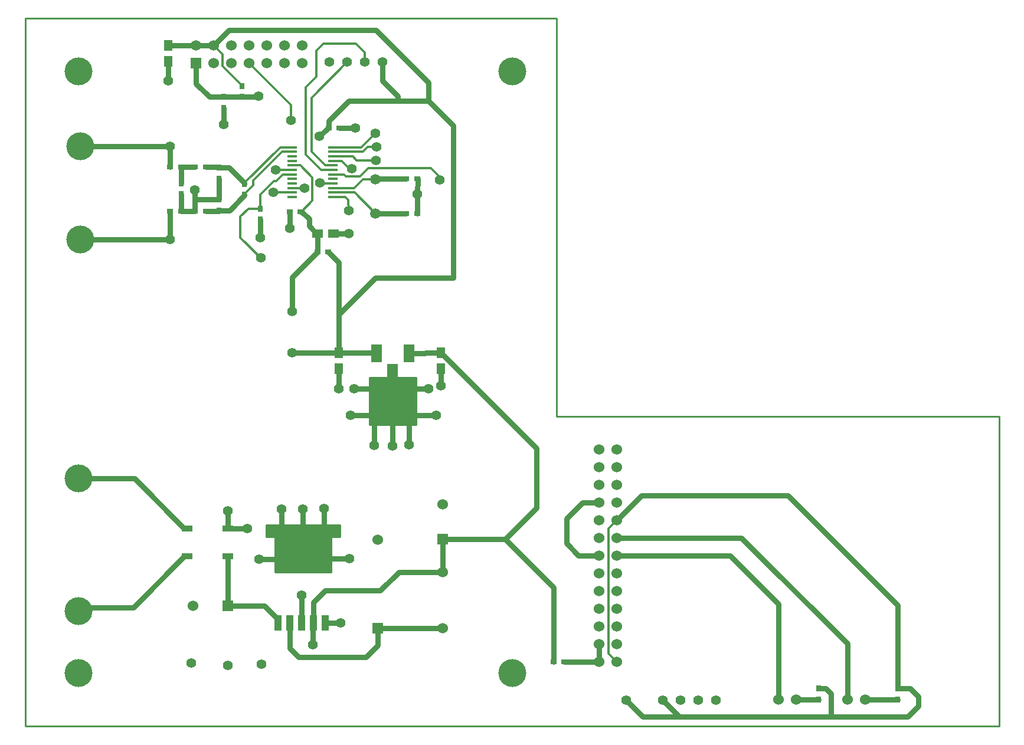
<source format=gtl>
*
*
G04 PADS 9.5 Build Number: 522968 generated Gerber (RS-274-X) file*
G04 PC Version=2.1*
*
%IN "ohm1.pcb"*%
*
%MOIN*%
*
%FSLAX35Y35*%
*
*
*
*
G04 PC Standard Apertures*
*
*
G04 Thermal Relief Aperture macro.*
%AMTER*
1,1,$1,0,0*
1,0,$1-$2,0,0*
21,0,$3,$4,0,0,45*
21,0,$3,$4,0,0,135*
%
*
*
G04 Annular Aperture macro.*
%AMANN*
1,1,$1,0,0*
1,0,$2,0,0*
%
*
*
G04 Odd Aperture macro.*
%AMODD*
1,1,$1,0,0*
1,0,$1-0.005,0,0*
%
*
*
G04 PC Custom Aperture Macros*
*
*
*
*
*
*
G04 PC Aperture Table*
*
%ADD010C,0.001*%
%ADD013C,0.01*%
%ADD017C,0.055*%
%ADD028C,0.06*%
%ADD047C,0.012*%
%ADD073R,0.038X0.03*%
%ADD080R,0.06X0.05*%
%ADD083R,0.06X0.06*%
%ADD135C,0.15748*%
%ADD136R,0.03X0.038*%
%ADD137R,0.05X0.06*%
%ADD138C,0.05512*%
%ADD139R,0.05709X0.01575*%
%ADD140C,0.05906*%
%ADD141R,0.04213X0.08504*%
%ADD142R,0.05906X0.09843*%
%ADD143R,0.06102X0.03346*%
%ADD144C,0.03*%
*
*
*
*
G04 PC Circuitry*
G04 Layer Name ohm1.pcb - circuitry*
%LPD*%
*
*
G04 PC Custom Flashes*
G04 Layer Name ohm1.pcb - flashes*
%LPD*%
*
*
G04 PC Circuitry*
G04 Layer Name ohm1.pcb - circuitry*
%LPD*%
*
G54D10*
G54D13*
G01X272862Y187189D02*
Y206768D01*
X272911Y206919*
X273004Y207047*
X273132Y207140*
X273283Y207189*
X277724*
Y213709*
X236205*
Y207189*
X240646*
X240797Y207140*
X240925Y207047*
X241018Y206919*
X241067Y206768*
Y187189*
X272862*
X236205Y207189D02*
Y213709D01*
X236705Y207189D02*
Y213709D01*
X237205Y207189D02*
Y213709D01*
X237705Y207189D02*
Y213709D01*
X238205Y207189D02*
Y213709D01*
X238705Y207189D02*
Y213709D01*
X239205Y207189D02*
Y213709D01*
X239705Y207189D02*
Y213709D01*
X240205Y207189D02*
Y213709D01*
X240705Y207170D02*
Y213709D01*
X241205Y187189D02*
Y213709D01*
X241705Y187189D02*
Y213709D01*
X242205Y187189D02*
Y213709D01*
X242705Y187189D02*
Y213709D01*
X243205Y187189D02*
Y213709D01*
X243705Y187189D02*
Y213709D01*
X244205Y187189D02*
Y213709D01*
X244705Y187189D02*
Y213709D01*
X245205Y187189D02*
Y213709D01*
X245705Y187189D02*
Y213709D01*
X246205Y187189D02*
Y213709D01*
X246705Y187189D02*
Y213709D01*
X247205Y187189D02*
Y213709D01*
X247705Y187189D02*
Y213709D01*
X248205Y187189D02*
Y213709D01*
X248705Y187189D02*
Y213709D01*
X249205Y187189D02*
Y213709D01*
X249705Y187189D02*
Y213709D01*
X250205Y187189D02*
Y213709D01*
X250705Y187189D02*
Y213709D01*
X251205Y187189D02*
Y213709D01*
X251705Y187189D02*
Y213709D01*
X252205Y187189D02*
Y213709D01*
X252705Y187189D02*
Y213709D01*
X253205Y187189D02*
Y213709D01*
X253705Y187189D02*
Y213709D01*
X254205Y187189D02*
Y213709D01*
X254705Y187189D02*
Y213709D01*
X255205Y187189D02*
Y213709D01*
X255705Y187189D02*
Y213709D01*
X256205Y187189D02*
Y213709D01*
X256705Y187189D02*
Y213709D01*
X257205Y187189D02*
Y213709D01*
X257705Y187189D02*
Y213709D01*
X258205Y187189D02*
Y213709D01*
X258705Y187189D02*
Y213709D01*
X259205Y187189D02*
Y213709D01*
X259705Y187189D02*
Y213709D01*
X260205Y187189D02*
Y213709D01*
X260705Y187189D02*
Y213709D01*
X261205Y187189D02*
Y213709D01*
X261705Y187189D02*
Y213709D01*
X262205Y187189D02*
Y213709D01*
X262705Y187189D02*
Y213709D01*
X263205Y187189D02*
Y213709D01*
X263705Y187189D02*
Y213709D01*
X264205Y187189D02*
Y213709D01*
X264705Y187189D02*
Y213709D01*
X265205Y187189D02*
Y213709D01*
X265705Y187189D02*
Y213709D01*
X266205Y187189D02*
Y213709D01*
X266705Y187189D02*
Y213709D01*
X267205Y187189D02*
Y213709D01*
X267705Y187189D02*
Y213709D01*
X268205Y187189D02*
Y213709D01*
X268705Y187189D02*
Y213709D01*
X269205Y187189D02*
Y213709D01*
X269705Y187189D02*
Y213709D01*
X270205Y187189D02*
Y213709D01*
X270705Y187189D02*
Y213709D01*
X271205Y187189D02*
Y213709D01*
X271705Y187189D02*
Y213709D01*
X272205Y187189D02*
Y213709D01*
X272705Y187189D02*
Y213709D01*
X273205Y207164D02*
Y213709D01*
X273705Y207189D02*
Y213709D01*
X274205Y207189D02*
Y213709D01*
X274705Y207189D02*
Y213709D01*
X275205Y207189D02*
Y213709D01*
X275705Y207189D02*
Y213709D01*
X276205Y207189D02*
Y213709D01*
X276705Y207189D02*
Y213709D01*
X277205Y207189D02*
Y213709D01*
X277705Y207189D02*
Y213709D01*
X294296Y297006D02*
Y270447D01*
X320855*
Y297006*
X294296*
X294355Y270447D02*
Y297006D01*
X294855Y270447D02*
Y297006D01*
X295355Y270447D02*
Y297006D01*
X295855Y270447D02*
Y297006D01*
X296355Y270447D02*
Y297006D01*
X296855Y270447D02*
Y297006D01*
X297355Y270447D02*
Y297006D01*
X297855Y270447D02*
Y297006D01*
X298355Y270447D02*
Y297006D01*
X298855Y270447D02*
Y297006D01*
X299355Y270447D02*
Y297006D01*
X299855Y270447D02*
Y297006D01*
X300355Y270447D02*
Y297006D01*
X300855Y270447D02*
Y297006D01*
X301355Y270447D02*
Y297006D01*
X301855Y270447D02*
Y297006D01*
X302355Y270447D02*
Y297006D01*
X302855Y270447D02*
Y297006D01*
X303355Y270447D02*
Y297006D01*
X303855Y270447D02*
Y297006D01*
X304355Y270447D02*
Y297006D01*
X304855Y270447D02*
Y297006D01*
X305355Y270447D02*
Y297006D01*
X305855Y270447D02*
Y297006D01*
X306355Y270447D02*
Y297006D01*
X306855Y270447D02*
Y297006D01*
X307355Y270447D02*
Y297006D01*
X307855Y270447D02*
Y297006D01*
X308355Y270447D02*
Y297006D01*
X308855Y270447D02*
Y297006D01*
X309355Y270447D02*
Y297006D01*
X309855Y270447D02*
Y297006D01*
X310355Y270447D02*
Y297006D01*
X310855Y270447D02*
Y297006D01*
X311355Y270447D02*
Y297006D01*
X311855Y270447D02*
Y297006D01*
X312355Y270447D02*
Y297006D01*
X312855Y270447D02*
Y297006D01*
X313355Y270447D02*
Y297006D01*
X313855Y270447D02*
Y297006D01*
X314355Y270447D02*
Y297006D01*
X314855Y270447D02*
Y297006D01*
X315355Y270447D02*
Y297006D01*
X315855Y270447D02*
Y297006D01*
X316355Y270447D02*
Y297006D01*
X316855Y270447D02*
Y297006D01*
X317355Y270447D02*
Y297006D01*
X317855Y270447D02*
Y297006D01*
X318355Y270447D02*
Y297006D01*
X318855Y270447D02*
Y297006D01*
X319355Y270447D02*
Y297006D01*
X319855Y270447D02*
Y297006D01*
X320355Y270447D02*
Y297006D01*
X100000Y100000D02*
Y500000D01*
X400000*
Y275000*
X650000*
Y100000*
X100000*
G54D17*
X256059Y174013D03*
X262545Y146144D03*
X277987Y158421D03*
X244738Y222861D03*
X232058Y194495D03*
X225298Y211743D03*
X214488Y221741D03*
X256752Y222848D03*
X316816Y259049D03*
X297217Y258766D03*
X307355Y258583D03*
X268828Y223084D03*
X283222Y194668D03*
X327848Y290840D03*
X285559D03*
X283844Y275947D03*
X334843Y292409D03*
X277117Y290755D03*
X332098Y275947D03*
X240070Y401675D03*
X257800Y404260D03*
X249308Y381509D03*
X232768Y375995D03*
X241266Y414633D03*
X195778Y403277D03*
X334097Y408854D03*
X266500Y407000D03*
X298098Y419920D03*
X284482Y415213D03*
X282858Y378585D03*
X282626Y391465D03*
X321514Y400753D03*
X231610Y456059D03*
X250097Y442497D03*
X212208Y440186D03*
X180641Y464777D03*
X266000Y433500D03*
X298238Y427339D03*
X297678Y435176D03*
X286528Y438029D03*
G54D28*
X194829Y168293D03*
X335720Y225348D03*
X525433Y115248D03*
X535433D03*
X564399D03*
X574399D03*
X196323Y484810D03*
X206323Y474810D03*
Y484810D03*
X216323Y474810D03*
Y484810D03*
X226323Y474810D03*
Y484810D03*
X236323Y474810D03*
Y484810D03*
X246323Y474810D03*
Y484810D03*
X256323Y474810D03*
Y484810D03*
X434084Y136542D03*
X424084D03*
X434084Y146542D03*
X424084D03*
X434084Y156542D03*
X424084D03*
X434084Y166542D03*
X424084D03*
X434084Y176542D03*
X424084D03*
X434084Y186542D03*
X424084D03*
X434084Y196542D03*
X424084D03*
X434084Y206542D03*
X424084D03*
X434084Y216542D03*
X424084D03*
X434084Y226542D03*
X424084D03*
X434084Y236542D03*
X424084D03*
X434084Y246542D03*
X424084D03*
X434084Y256542D03*
X424084D03*
X299197Y205621D03*
X335589Y155621D03*
Y187117D03*
G54D47*
X437253Y219711D02*
X429484Y211942D01*
Y141142*
X434084Y136542*
X221440Y388034D02*
X225929Y392523D01*
X232767*
X221440Y388034D02*
Y376161D01*
X232896Y364705*
X240070Y401675D02*
Y401691D01*
X250819*
X241266Y414633D02*
Y414487D01*
X250819*
Y404250D02*
X257800D01*
Y404260*
X250819Y417046D02*
X255273D01*
X262150Y410169*
X255508Y390961D02*
X255908D01*
X255908D02*
X262150Y397203D01*
Y410169*
X223853Y400405D02*
Y400805D01*
X228833Y405785*
Y408352*
X245204Y424723*
X250819*
X223853Y406605D02*
Y407005D01*
X244130Y427282*
X250819*
X232767Y392523D02*
Y400524D01*
X240397Y408154*
X241765*
X245539Y411927*
X250819*
X334097Y408854D02*
Y410493D01*
X266500Y407000D02*
Y406809D01*
X273851*
Y419605D02*
X278852D01*
X283863Y414594*
X284482Y415213*
X273851Y411927D02*
X279961D01*
X281026Y410862*
X289177*
X293885Y415570*
X329021*
X334097Y410493*
X273851Y404250D02*
X285666D01*
X290600Y409184*
X297751*
X273851Y401691D02*
X286030D01*
X297751Y389971*
X273851Y399132D02*
X280722D01*
X282441Y397413*
X282626Y391465*
X264942Y368280D02*
X264995D01*
X258224Y423168D02*
Y461108D01*
X264314Y467197*
Y481950*
X268295Y485932*
X286562*
X291805Y480688*
Y475321*
X258224Y423168D02*
X266906Y414487D01*
X273851*
X226323Y474810D02*
X250097Y451037D01*
X250097D02*
Y442497D01*
X206323Y484810D02*
X211323Y479811D01*
Y473182*
X222259Y462247*
Y461847*
X281805Y475321D02*
X261650Y455166D01*
Y424792*
X269396Y417046*
X273851*
Y427282D02*
X289784D01*
X293059Y430556*
X297678Y435176*
X273851Y424723D02*
X290804D01*
X293420Y427339*
X298238*
X273851Y422164D02*
X284905D01*
X287148Y419920*
X298098*
G54D73*
X321406Y409400D03*
X315206D03*
X321406Y389967D03*
X315206D03*
X255508Y390961D03*
X249308D03*
X271266Y438029D03*
X277466D03*
X188018Y416163D03*
X181818D03*
X201978Y391226D03*
X195778D03*
X181818D03*
X188018D03*
X404482Y136497D03*
X398282D03*
X201978Y416163D03*
X195778D03*
X264942Y368280D03*
X271142D03*
G54D80*
X264995Y378585D03*
X273995D03*
G54D83*
X214514Y168293D03*
X335720Y205663D03*
X196323Y474810D03*
X299197Y155621D03*
G54D135*
X375000Y130000D03*
Y470000D03*
X130000D03*
Y130000D03*
Y240000D03*
Y165000D03*
X131155Y427920D03*
Y375029D03*
G54D136*
X232767Y392523D03*
Y386323D03*
X223853Y406605D03*
Y400405D03*
X209385Y397771D03*
Y391571D03*
Y415772D03*
Y409572D03*
X212208Y455707D03*
Y449507D03*
X187982Y400641D03*
Y406841D03*
X222259Y455647D03*
Y461847D03*
X548198Y115219D03*
Y121419D03*
X592611Y115207D03*
Y121407D03*
G54D137*
X180641Y484800D03*
Y475800D03*
X277117Y311066D03*
Y302066D03*
X334843Y311066D03*
Y302066D03*
G54D138*
X439473Y114704D03*
X301805Y475321D03*
X291805D03*
X281805D03*
X271805D03*
X232896Y364705D03*
X250592Y334404D03*
Y311080D03*
X459927Y114704D03*
X469927D03*
X479927D03*
X489927D03*
X193736Y135745D03*
X233494Y135298D03*
X214541Y134457D03*
X181825Y427920D03*
X181784Y375029D03*
G54D139*
X250819Y427282D03*
Y424723D03*
Y422164D03*
Y419605D03*
Y417046D03*
Y414487D03*
Y411927D03*
Y409368D03*
Y406809D03*
Y404250D03*
Y401691D03*
Y399132D03*
X273851D03*
Y401691D03*
Y404250D03*
Y406809D03*
Y409368D03*
Y411927D03*
Y414487D03*
Y417046D03*
Y419605D03*
Y422164D03*
Y424723D03*
Y427282D03*
G54D140*
X297751Y409184D03*
Y389971D03*
G54D141*
X242673Y158421D03*
X249366D03*
X256059D03*
X262752D03*
X269445D03*
X256752Y204421D03*
G54D142*
X316631Y310892D03*
X307355Y299947D03*
X298521Y310892D03*
X307355Y275947D03*
G54D143*
X214488Y195995D03*
Y211743D03*
X191260D03*
Y195995D03*
G54D144*
X130000Y165000D02*
Y167295D01*
X161182*
X189882Y195995*
X191260*
X256059Y174013D02*
X256059D01*
Y158421*
X249366D02*
Y144104D01*
X254425Y139045*
X292480*
X299197Y145761*
Y155621*
X214514Y168293D02*
X234948D01*
X242673Y160567*
Y158421*
X262545Y146144D02*
Y158214D01*
X262752Y158421*
X299197Y155621D02*
X335589D01*
X269445Y158421D02*
X277987D01*
X277987*
X262752D02*
Y170034D01*
X269375Y176657*
X300554*
X310999Y187102*
X322537*
X322551Y187117*
X335589*
X398282Y136497D02*
Y151422D01*
X398371Y151512*
X404482Y136497D02*
X413711D01*
X413755Y136542*
X424084*
X469269Y105362D02*
X555135D01*
X424084Y136542D02*
Y146542D01*
X459927Y114704D02*
X469269Y105362D01*
X439473Y114704D02*
X448814Y105362D01*
X469269*
X555135D02*
X598344D01*
X604550Y111568*
Y116720*
X574399Y115248D02*
X584234D01*
X584276Y115207*
X592611*
X564399Y115248D02*
Y131689D01*
X564415Y131705*
Y146646*
X535433Y115248D02*
Y115219D01*
X548198*
Y121419D02*
X552198D01*
X555135Y118482*
Y105362*
X592611Y121407D02*
X599863D01*
X604550Y116720*
X592611Y121407D02*
Y132717D01*
X592731Y132837*
X130000Y240000D02*
X161625D01*
X189882Y211743*
X191260*
X244738Y204421D02*
Y222861D01*
X244738*
Y204421D02*
X256752D01*
X232058Y194495D02*
X246825D01*
X246825*
X256752Y204421*
X214488Y221741D02*
X214488D01*
Y211743*
X214488*
X225298*
X214488Y195995D02*
Y182820D01*
X214514Y182794*
Y168293*
X256752Y204421D02*
Y222848D01*
X256752*
Y204421D02*
Y194668D01*
X256752*
X283222*
X256752Y204421D02*
X268828D01*
Y223084*
X307355Y258583D02*
Y275947D01*
X307355*
X335589Y187117D02*
Y196324D01*
X335720Y196455*
Y205663*
X371096*
X405732Y203337D02*
X412528Y196542D01*
X424084*
X405732Y203337D02*
Y217483D01*
X414791Y226542*
X424084*
X388785Y223352D02*
X371096Y205663D01*
X398371Y178387*
Y151512*
X437253Y219711D02*
X448165Y230623D01*
X530676*
X592731Y168568*
Y132837*
X434084Y216542D02*
X437253Y219711D01*
X434084Y206542D02*
X504518D01*
X564415Y146646*
X434084Y196542D02*
X498028D01*
X525369Y169201*
Y136940*
X525433Y136876*
Y115248*
X250592Y311080D02*
X277102D01*
X277117Y311066*
X250592Y334404D02*
Y353931D01*
X264942Y368280*
X277117Y332807D02*
X297706Y353396D01*
X341594*
X277117Y332807D02*
Y311066D01*
X307355Y290840D02*
X307355D01*
Y275947*
Y290840D02*
X327848D01*
X307355Y275947D02*
X297217D01*
Y275946*
X297217D02*
Y258766D01*
X285559Y290840D02*
X307355D01*
X283844Y275947D02*
X307355D01*
X307355*
X316816*
Y259049*
X307355Y275947D02*
X307355D01*
X332098*
X307355D02*
Y299947D01*
X298521Y310892D02*
X298882D01*
X316631D02*
X325876D01*
X326050Y311066*
X334843*
Y302066D02*
Y302065D01*
Y292409*
Y311066D02*
X335111D01*
X335111D02*
Y310835D01*
X335111D02*
X388785Y257161D01*
Y223352*
X277117Y302066D02*
Y302065D01*
Y290755*
Y311066D02*
Y311219D01*
X298555*
X298882Y310892*
X131155Y375029D02*
X131433D01*
X131433*
X181784*
X209385Y397771D02*
X195778D01*
X195778D02*
Y403277D01*
X195778D02*
X195778D01*
X249308Y381509D02*
Y390961D01*
X249308*
X181784Y375029D02*
Y383738D01*
X181818Y383772*
Y391226*
X201978Y416163D02*
X202378D01*
X202378D02*
X209385Y416172D01*
Y415772*
X188018Y391226D02*
X195778D01*
X195778D02*
Y397771D01*
X201978Y391226D02*
X202378D01*
X202378D02*
X209385Y391171D01*
Y391571*
X187982Y406841D02*
Y416127D01*
X188018Y416163*
X187982Y400641D02*
Y391226D01*
X188018*
X181818Y416163D02*
Y427920D01*
X181818D02*
X181825D01*
X188018Y416163D02*
X195778D01*
X255508Y390961D02*
X255908D01*
X255908D02*
X260228Y386642D01*
Y382852*
X264495Y378585*
X264995*
X209385Y415772D02*
X215087D01*
X223853Y407005*
Y406605*
X209385Y391571D02*
X215419D01*
X223853Y400005*
Y400405*
X209385Y397771D02*
Y409572D01*
X232767Y386323D02*
Y377465D01*
X232768Y377464*
Y375995*
X264995Y368280D02*
Y378585D01*
X321514Y400753D02*
X321806Y409400D01*
X297751Y389971D02*
X297751D01*
X315206Y389967*
X297751Y409184D02*
X297967Y409400D01*
X315206*
X271142Y368280D02*
X277117Y362305D01*
Y332807*
X273995Y378585D02*
X273996D01*
X282858*
X321406Y389967D02*
Y400753D01*
X321514*
X321406Y409400D02*
X321806D01*
X131155Y427920D02*
X159049D01*
X159049*
X181825*
X206323Y484810D02*
X215118Y493605D01*
X297895*
X327622Y463878*
Y453589*
X196323Y484810D02*
X206323D01*
X196323Y474810D02*
Y463275D01*
X203892Y455707*
X212208*
X222259Y455647D02*
X222351Y455739D01*
X231291*
X231610Y456059*
X180641Y475800D02*
X180641D01*
Y464777*
Y484800D02*
X188227D01*
X188237Y484810*
X196323*
X212208Y449507D02*
X212208D01*
Y440186*
Y455707D02*
X222199D01*
X222259Y455647*
X327622Y453589D02*
X341594Y439617D01*
Y353396*
X310285Y453589D02*
X327622D01*
X266000Y433500D02*
X270950Y438029D01*
X271266*
X301805Y475321D02*
Y464701D01*
X310285Y456222*
Y453589*
X277466Y438029D02*
X286528D01*
X271266D02*
Y442273D01*
X282583Y453589*
X310285*
X0Y0D02*
M02*

</source>
